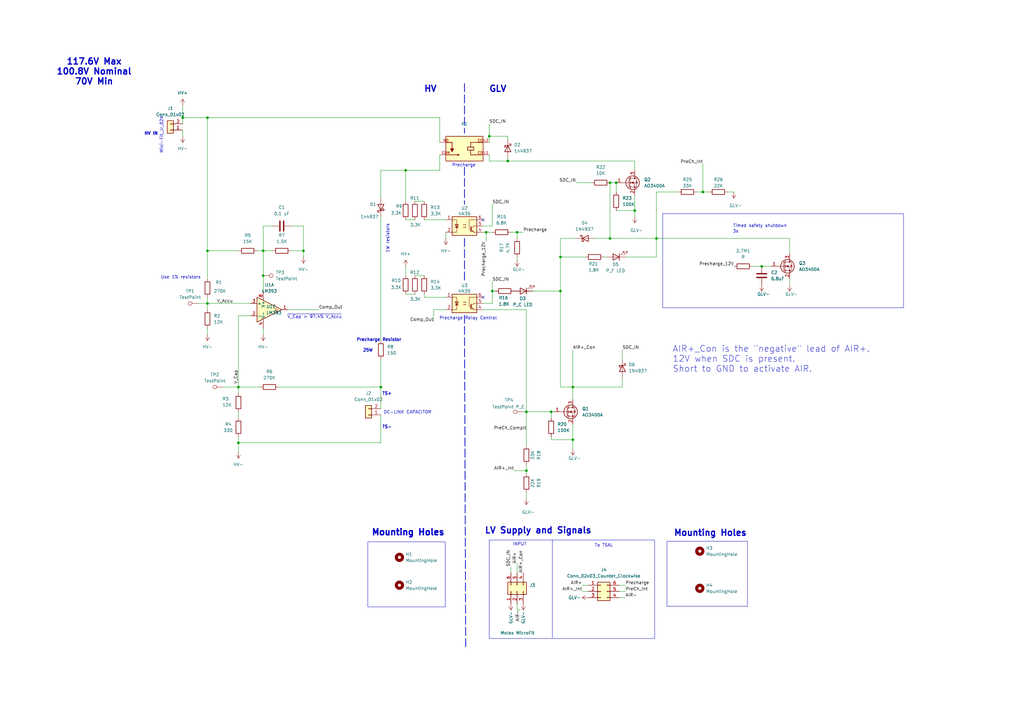
<source format=kicad_sch>
(kicad_sch (version 20231120) (generator "eeschema") (generator_version "8.0")
  (paper "A3")
  (title_block (title "Precharge Circuit") (date "2024-09-20") (rev "2.1") (company "Formula Barton Racing") (comment 1 "(evanscesil@gmail.com)") (comment 2 "Evans Cesil Thomas"))
  (lib_symbols
    (symbol "Connector:TestPoint" (pin_numbers hide) (pin_names (offset 0.762) hide)
      (property "Reference" "TP" (at 0 6.858 0))
      (property "Value" "TestPoint" (at 0 5.08 0))
      (symbol "TestPoint_0_1"
        (circle (center 0 3.302) (radius 0.762))
      )
      (symbol "TestPoint_1_1"
        (pin passive line (at 0 0 90) (length 2.54) (name "1") (number "1"))
      )
    )
    (symbol "Connector_Generic:Conn_01x02" (pin_names (offset 1.016) hide)
      (property "Reference" "J" (at 0 2.54 0))
      (property "Value" "Conn_01x02" (at 0 -5.08 0))
      (symbol "Conn_01x02_1_1"
        (rectangle (start -1.27 -2.413) (end 0 -2.667) (stroke (width 0.1524)))
        (rectangle (start -1.27 0.127) (end 0 -0.127) (stroke (width 0.1524)))
        (rectangle (start -1.27 1.27) (end 1.27 -3.81) (stroke (width 0.254)) (fill (type background)))
        (pin passive line (at -5.08 0 0) (length 3.81) (name "Pin_1") (number "1"))
        (pin passive line (at -5.08 -2.54 0) (length 3.81) (name "Pin_2") (number "2"))
      )
    )
    (symbol "Connector_Generic:Conn_02x03_Counter_Clockwise" (pin_names (offset 1.016) hide)
      (property "Reference" "J" (at 1.27 5.08 0))
      (property "Value" "Conn_02x03_Counter_Clockwise" (at 1.27 -5.08 0))
      (symbol "Conn_02x03_Counter_Clockwise_1_1"
        (rectangle (start -1.27 -2.413) (end 0 -2.667) (stroke (width 0.1524)))
        (rectangle (start -1.27 0.127) (end 0 -0.127) (stroke (width 0.1524)))
        (rectangle (start -1.27 2.667) (end 0 2.413) (stroke (width 0.1524)))
        (rectangle (start -1.27 3.81) (end 3.81 -3.81) (stroke (width 0.254)) (fill (type background)))
        (rectangle (start 3.81 -2.413) (end 2.54 -2.667) (stroke (width 0.1524)))
        (rectangle (start 3.81 0.127) (end 2.54 -0.127) (stroke (width 0.1524)))
        (rectangle (start 3.81 2.667) (end 2.54 2.413) (stroke (width 0.1524)))
        (pin passive line (at -5.08 2.54 0) (length 3.81) (name "Pin_1") (number "1"))
        (pin passive line (at -5.08 0 0) (length 3.81) (name "Pin_2") (number "2"))
        (pin passive line (at -5.08 -2.54 0) (length 3.81) (name "Pin_3") (number "3"))
        (pin passive line (at 7.62 -2.54 180) (length 3.81) (name "Pin_4") (number "4"))
        (pin passive line (at 7.62 0 180) (length 3.81) (name "Pin_5") (number "5"))
        (pin passive line (at 7.62 2.54 180) (length 3.81) (name "Pin_6") (number "6"))
      )
    )
    (symbol "Device:C" (pin_numbers hide) (pin_names (offset 0.254))
      (property "Reference" "C" (at 0.635 2.54 0))
      (property "Value" "C" (at 0.635 -2.54 0))
      (symbol "C_0_1"
        (polyline (pts (xy -2.032 -0.762) (xy 2.032 -0.762)) (stroke (width 0.508)))
        (polyline (pts (xy -2.032 0.762) (xy 2.032 0.762)) (stroke (width 0.508)))
      )
      (symbol "C_1_1"
        (pin passive line (at 0 3.81 270) (length 2.794) (name "~") (number "1"))
        (pin passive line (at 0 -3.81 90) (length 2.794) (name "~") (number "2"))
      )
    )
    (symbol "Device:LED" (pin_numbers hide) (pin_names (offset 1.016) hide)
      (property "Reference" "D" (at 0 2.54 0))
      (property "Value" "LED" (at 0 -2.54 0))
      (symbol "LED_0_1"
        (polyline (pts (xy -1.27 -1.27) (xy -1.27 1.27)) (stroke (width 0.254)))
        (polyline (pts (xy -1.27 0) (xy 1.27 0)))
        (polyline (pts (xy 1.27 -1.27) (xy 1.27 1.27) (xy -1.27 0) (xy 1.27 -1.27)) (stroke (width 0.254)))
        (polyline (pts (xy -3.048 -0.762) (xy -4.572 -2.286) (xy -3.81 -2.286) (xy -4.572 -2.286) (xy -4.572 -1.524)))
        (polyline (pts (xy -1.778 -0.762) (xy -3.302 -2.286) (xy -2.54 -2.286) (xy -3.302 -2.286) (xy -3.302 -1.524)))
      )
      (symbol "LED_1_1"
        (pin passive line (at -3.81 0 0) (length 2.54) (name "K") (number "1"))
        (pin passive line (at 3.81 0 180) (length 2.54) (name "A") (number "2"))
      )
    )
    (symbol "Device:R" (pin_numbers hide) (pin_names (offset 0))
      (property "Reference" "R" (at 2.032 0 90))
      (property "Value" "R" (at 0 0 90))
      (symbol "R_0_1"
        (rectangle (start -1.016 -2.54) (end 1.016 2.54) (stroke (width 0.254)))
      )
      (symbol "R_1_1"
        (pin passive line (at 0 3.81 270) (length 1.27) (name "~") (number "1"))
        (pin passive line (at 0 -3.81 90) (length 1.27) (name "~") (number "2"))
      )
    )
    (symbol "Diode:1N5819" (pin_numbers hide) (pin_names (offset 1.016) hide)
      (property "Reference" "D" (at 0 2.54 0))
      (property "Value" "1N5819" (at 0 -2.54 0))
      (symbol "1N5819_0_1"
        (polyline (pts (xy 1.27 0) (xy -1.27 0)))
        (polyline (pts (xy 1.27 1.27) (xy 1.27 -1.27) (xy -1.27 0) (xy 1.27 1.27)) (stroke (width 0.254)))
        (polyline (pts (xy -1.905 0.635) (xy -1.905 1.27) (xy -1.27 1.27) (xy -1.27 -1.27) (xy -0.635 -1.27) (xy -0.635 -0.635)) (stroke (width 0.254)))
      )
      (symbol "1N5819_1_1"
        (pin passive line (at -3.81 0 0) (length 2.54) (name "K") (number "1"))
        (pin passive line (at 3.81 0 180) (length 2.54) (name "A") (number "2"))
      )
    )
    (symbol "Isolator:4N35" (pin_names (offset 1.016))
      (property "Reference" "U" (at -5.08 5.08 0))
      (property "Value" "4N35" (at 0 5.08 0))
      (symbol "4N35_0_1"
        (rectangle (start -5.08 3.81) (end 5.08 -3.81) (stroke (width 0.254)) (fill (type background)))
        (polyline (pts (xy -3.81 -0.635) (xy -2.54 -0.635)) (stroke (width 0.254)))
        (polyline (pts (xy 2.667 -1.397) (xy 3.81 -2.54)))
        (polyline (pts (xy 2.667 -1.143) (xy 3.81 0)))
        (polyline (pts (xy 3.81 -2.54) (xy 5.08 -2.54)))
        (polyline (pts (xy 3.81 0) (xy 5.08 0)))
        (polyline (pts (xy 2.667 -0.254) (xy 2.667 -2.286) (xy 2.667 -2.286)) (stroke (width 0.3556)))
        (polyline (pts (xy -5.08 -2.54) (xy -3.175 -2.54) (xy -3.175 2.54) (xy -5.08 2.54)))
        (polyline (pts (xy -3.175 -0.635) (xy -3.81 0.635) (xy -2.54 0.635) (xy -3.175 -0.635)) (stroke (width 0.254)))
        (polyline (pts (xy 3.683 -2.413) (xy 3.429 -1.905) (xy 3.175 -2.159) (xy 3.683 -2.413)))
        (polyline (pts (xy 5.08 2.54) (xy 1.905 2.54) (xy 1.905 -1.27) (xy 2.54 -1.27)))
        (polyline (pts (xy -0.635 -0.508) (xy 0.635 -0.508) (xy 0.254 -0.635) (xy 0.254 -0.381) (xy 0.635 -0.508)))
        (polyline (pts (xy -0.635 0.508) (xy 0.635 0.508) (xy 0.254 0.381) (xy 0.254 0.635) (xy 0.635 0.508)))
      )
      (symbol "4N35_1_1"
        (pin passive line (at -7.62 2.54 0) (length 2.54) (name "~") (number "1"))
        (pin passive line (at -7.62 -2.54 0) (length 2.54) (name "~") (number "2"))
        (pin no_connect line (at -5.08 0 0) (length 2.54) hide (name "NC") (number "3"))
        (pin passive line (at 7.62 -2.54 180) (length 2.54) (name "~") (number "4"))
        (pin passive line (at 7.62 0 180) (length 2.54) (name "~") (number "5"))
        (pin passive line (at 7.62 2.54 180) (length 2.54) (name "~") (number "6"))
      )
    )
    (symbol "LM393_1" (pin_names (offset 0.127))
      (property "Reference" "U" (at 3.81 3.81 0))
      (property "Value" "LM393" (at 6.35 -3.81 0))
      (symbol "LM393_1_1_1"
        (polyline (pts (xy -5.08 5.08) (xy 5.08 0) (xy -5.08 -5.08) (xy -5.08 5.08)) (stroke (width 0.254)) (fill (type background)))
        (polyline (pts (xy 3.302 -0.508) (xy 2.794 -0.508) (xy 3.302 0) (xy 2.794 0.508) (xy 2.286 0) (xy 2.794 -0.508) (xy 2.286 -0.508)) (stroke (width 0.127)))
        (pin open_collector line (at 7.62 0 180) (length 2.54) (name "~") (number "1"))
        (pin input line (at -7.62 -2.54 0) (length 2.54) (name "-") (number "2"))
        (pin input line (at -7.62 2.54 0) (length 2.54) (name "+") (number "3"))
      )
      (symbol "LM393_1_2_1"
        (polyline (pts (xy -5.08 5.08) (xy 5.08 0) (xy -5.08 -5.08) (xy -5.08 5.08)) (stroke (width 0.254)) (fill (type background)))
        (polyline (pts (xy 3.302 -0.508) (xy 2.794 -0.508) (xy 3.302 0) (xy 2.794 0.508) (xy 2.286 0) (xy 2.794 -0.508) (xy 2.286 -0.508)) (stroke (width 0.127)))
        (pin input line (at -7.62 2.54 0) (length 2.54) (name "+") (number "5"))
        (pin input line (at -7.62 -2.54 0) (length 2.54) (name "-") (number "6"))
        (pin open_collector line (at 7.62 0 180) (length 2.54) (name "~") (number "7"))
      )
      (symbol "LM393_1_3_1"
        (pin power_in line (at -2.54 -7.62 90) (length 3.81) (name "V-") (number "4"))
        (pin power_in line (at -2.54 7.62 270) (length 3.81) (name "V+") (number "8"))
      )
    )
    (symbol "Mechanical:MountingHole" (pin_names (offset 1.016)) (exclude_from_sim yes) (in_bom no)
      (property "Reference" "H" (at 0 5.08 0))
      (property "Value" "MountingHole" (at 0 3.175 0))
      (symbol "MountingHole_0_1"
        (circle (center 0 0) (radius 1.27) (stroke (width 1.27)))
      )
    )
    (symbol "Meder KT12:KT12-1A-40L-THT" (pin_names (offset 1.016))
      (property "Reference" "K" (at -7.62 6.35 0))
      (property "Value" "KT12-1A-40L-THT" (at -7.62 -7.62 0))
      (symbol "KT12-1A-40L-THT_0_0"
        (rectangle (start -7.62 -5.08) (end 7.62 5.08) (stroke (width 0.254)) (fill (type background)))
        (polyline (pts (xy -7.62 -2.54) (xy -2.54 -2.54)) (stroke (width 0.254)))
        (polyline (pts (xy -7.62 2.54) (xy -2.54 2.54)) (stroke (width 0.254)))
        (polyline (pts (xy -3.81 -0.635) (xy -3.81 0.635)) (stroke (width 0.254)))
        (polyline (pts (xy -3.81 0.635) (xy -2.54 0.635)) (stroke (width 0.254)))
        (polyline (pts (xy -2.54 -0.635) (xy -3.81 -0.635)) (stroke (width 0.254)))
        (polyline (pts (xy -2.54 -0.635) (xy -2.54 -2.54)) (stroke (width 0.254)))
        (polyline (pts (xy -2.54 0.635) (xy -1.27 0.635)) (stroke (width 0.254)))
        (polyline (pts (xy -2.54 2.54) (xy -2.54 0.635)) (stroke (width 0.254)))
        (polyline (pts (xy -1.27 -0.635) (xy -2.54 -0.635)) (stroke (width 0.254)))
        (polyline (pts (xy -1.27 0.635) (xy -1.27 -0.635)) (stroke (width 0.254)))
        (polyline (pts (xy 5.08 -2.54) (xy 5.08 0)) (stroke (width 0.254)))
        (polyline (pts (xy 7.62 -2.54) (xy 5.08 -2.54)) (stroke (width 0.254)))
        (polyline (pts (xy 7.62 2.54) (xy 2.54 2.54)) (stroke (width 0.254)))
        (polyline (pts (xy 4.445 0) (xy 5.715 0) (xy 5.08 1.27) (xy 4.445 0)) (stroke (width 0.254)) (fill (type outline)))
        (circle (center 2.54 2.54) (radius 0.254) (stroke (width 0.254)))
        (pin passive line (at -10.16 2.54 0) (length 5.08) (name "~") (number "COIL1"))
        (pin passive line (at -10.16 -2.54 0) (length 5.08) (name "~") (number "COIL2"))
        (pin passive line (at 10.16 2.54 180) (length 5.08) (name "~") (number "COM"))
        (pin passive line (at 10.16 -2.54 180) (length 5.08) (name "~") (number "NO"))
      )
    )
    (symbol "Transistor_FET:AO3400A" (pin_names hide)
      (property "Reference" "Q" (at 5.08 1.905 0))
      (property "Value" "AO3400A" (at 5.08 0 0))
      (symbol "AO3400A_0_1"
        (polyline (pts (xy 0.254 0) (xy -2.54 0)))
        (polyline (pts (xy 0.254 1.905) (xy 0.254 -1.905)) (stroke (width 0.254)))
        (polyline (pts (xy 0.762 -1.27) (xy 0.762 -2.286)) (stroke (width 0.254)))
        (polyline (pts (xy 0.762 0.508) (xy 0.762 -0.508)) (stroke (width 0.254)))
        (polyline (pts (xy 0.762 2.286) (xy 0.762 1.27)) (stroke (width 0.254)))
        (polyline (pts (xy 2.54 2.54) (xy 2.54 1.778)))
        (polyline (pts (xy 2.54 -2.54) (xy 2.54 0) (xy 0.762 0)))
        (polyline (pts (xy 0.762 -1.778) (xy 3.302 -1.778) (xy 3.302 1.778) (xy 0.762 1.778)))
        (polyline (pts (xy 1.016 0) (xy 2.032 0.381) (xy 2.032 -0.381) (xy 1.016 0)) (fill (type outline)))
        (polyline (pts (xy 2.794 0.508) (xy 2.921 0.381) (xy 3.683 0.381) (xy 3.81 0.254)))
        (polyline (pts (xy 3.302 0.381) (xy 2.921 -0.254) (xy 3.683 -0.254) (xy 3.302 0.381)))
        (circle (center 1.651 0) (radius 2.794) (stroke (width 0.254)))
        (circle (center 2.54 -1.778) (radius 0.254) (fill (type outline)))
        (circle (center 2.54 1.778) (radius 0.254) (fill (type outline)))
      )
      (symbol "AO3400A_1_1"
        (pin input line (at -5.08 0 0) (length 2.54) (name "G") (number "1"))
        (pin passive line (at 2.54 -5.08 90) (length 2.54) (name "S") (number "2"))
        (pin passive line (at 2.54 5.08 270) (length 2.54) (name "D") (number "3"))
      )
    )
    (symbol "power:+12V" (power) (pin_names (offset 0))
      (property "Value" "+12V" (at 0 3.556 0))
      (symbol "+12V_0_1"
        (polyline (pts (xy -0.762 1.27) (xy 0 2.54)))
        (polyline (pts (xy 0 0) (xy 0 2.54)))
        (polyline (pts (xy 0 2.54) (xy 0.762 1.27)))
      )
      (symbol "+12V_1_1"
        (pin power_in line (at 0 0 90) (length 0) hide (name "+12V") (number "1"))
      )
    )
    (symbol "power:+BATT" (power) (pin_numbers hide) (pin_names (offset 0) hide)
      (property "Value" "+BATT" (at 0 3.556 0))
      (symbol "+BATT_0_1"
        (polyline (pts (xy -0.762 1.27) (xy 0 2.54)))
        (polyline (pts (xy 0 0) (xy 0 2.54)))
        (polyline (pts (xy 0 2.54) (xy 0.762 1.27)))
      )
      (symbol "+BATT_1_1"
        (pin power_in line (at 0 0 90) (length 0) (name "~") (number "1"))
      )
    )
  )
  (junction (at 107.95 113.03))
  (junction (at 200.66 55.88))
  (junction (at 85.09 102.87))
  (junction (at 226.06 168.91))
  (junction (at 215.9 168.91))
  (junction (at 229.87 119.38))
  (junction (at 97.79 181.61))
  (junction (at 166.37 69.85))
  (junction (at 212.09 95.25))
  (junction (at 124.46 102.87))
  (junction (at 252.73 74.93))
  (junction (at 215.9 193.04))
  (junction (at 85.09 48.26))
  (junction (at 229.87 105.41))
  (junction (at 97.79 158.75))
  (junction (at 288.29 78.74))
  (junction (at 199.39 95.25))
  (junction (at 260.35 86.36))
  (junction (at 234.95 180.34))
  (junction (at 107.95 102.87))
  (junction (at 234.95 158.75))
  (junction (at 85.09 124.46))
  (junction (at 250.19 74.93))
  (junction (at 156.21 158.75))
  (junction (at 208.28 66.04))
  (junction (at 74.93 48.26))
  (junction (at 201.93 119.38))
  (junction (at 269.24 97.79))
  (junction (at 250.19 97.79))
  (junction (at 312.42 109.22))
  (no_connect (at 198.12 121.92))
  (no_connect (at 198.12 90.17))
  (wire (pts (xy 107.95 113.03) (xy 107.95 119.38)))
  (wire (pts (xy 85.09 137.16) (xy 85.09 134.62)))
  (wire (pts (xy 200.66 66.04) (xy 200.66 63.5)))
  (wire (pts (xy 208.28 55.88) (xy 200.66 55.88)))
  (wire (pts (xy 252.73 78.74) (xy 252.73 74.93)))
  (wire (pts (xy 260.35 80.01) (xy 260.35 86.36)))
  (wire (pts (xy 252.73 86.36) (xy 260.35 86.36)))
  (wire (pts (xy 107.95 92.71) (xy 107.95 102.87)))
  (wire (pts (xy 234.95 180.34) (xy 234.95 184.15)))
  (wire (pts (xy 111.76 102.87) (xy 107.95 102.87)))
  (wire (pts (xy 269.24 97.79) (xy 269.24 105.41)))
  (wire (pts (xy 226.06 168.91) (xy 227.33 168.91)))
  (wire (pts (xy 91.44 158.75) (xy 97.79 158.75)))
  (wire (pts (xy 234.95 173.99) (xy 234.95 180.34)))
  (wire (pts (xy 290.83 78.74) (xy 288.29 78.74)))
  (wire (pts (xy 288.29 78.74) (xy 285.75 78.74)))
  (wire (pts (xy 198.12 124.46) (xy 201.93 124.46)))
  (wire (pts (xy 312.42 109.22) (xy 316.23 109.22)))
  (wire (pts (xy 177.8 127) (xy 182.88 127)))
  (wire (pts (xy 260.35 66.04) (xy 260.35 69.85)))
  (wire (pts (xy 226.06 179.07) (xy 226.06 180.34)))
  (wire (pts (xy 255.27 143.51) (xy 255.27 147.32)))
  (wire (pts (xy 209.55 95.25) (xy 212.09 95.25)))
  (wire (pts (xy 229.87 158.75) (xy 234.95 158.75)))
  (wire (pts (xy 210.82 193.04) (xy 215.9 193.04)))
  (wire (pts (xy 215.9 127) (xy 198.12 127)))
  (wire (pts (xy 200.66 55.88) (xy 200.66 58.42)))
  (wire (pts (xy 243.84 97.79) (xy 250.19 97.79)))
  (polyline (pts (xy 190.5 129.286) (xy 191.008 266.192)) (stroke (width 0.3048) (type dash)))
  (wire (pts (xy 269.24 78.74) (xy 269.24 97.79)))
  (wire (pts (xy 124.46 102.87) (xy 119.38 102.87)))
  (wire (pts (xy 97.79 181.61) (xy 97.79 185.42)))
  (wire (pts (xy 208.28 66.04) (xy 208.28 64.77)))
  (wire (pts (xy 238.76 240.03) (xy 241.3 240.03)))
  (wire (pts (xy 97.79 158.75) (xy 97.79 161.29)))
  (wire (pts (xy 214.63 168.91) (xy 215.9 168.91)))
  (wire (pts (xy 323.85 116.84) (xy 323.85 114.3)))
  (wire (pts (xy 236.22 74.93) (xy 242.57 74.93)))
  (wire (pts (xy 208.28 55.88) (xy 208.28 57.15)))
  (wire (pts (xy 255.27 158.75) (xy 255.27 154.94)))
  (wire (pts (xy 256.54 240.03) (xy 254 240.03)))
  (wire (pts (xy 180.34 48.26) (xy 180.34 58.42)))
  (wire (pts (xy 212.09 105.41) (xy 212.09 106.68)))
  (wire (pts (xy 85.09 124.46) (xy 85.09 127)))
  (wire (pts (xy 256.54 242.57) (xy 254 242.57)))
  (polyline (pts (xy 226.568 221.488) (xy 226.568 261.62)))
  (wire (pts (xy 97.79 158.75) (xy 106.68 158.75)))
  (wire (pts (xy 208.28 66.04) (xy 260.35 66.04)))
  (polyline (pts (xy 190.5 97.79) (xy 190.5 115.57)) (stroke (width 0.3048) (type dash)))
  (wire (pts (xy 323.85 97.79) (xy 323.85 104.14)))
  (wire (pts (xy 260.35 86.36) (xy 260.35 88.9)))
  (wire (pts (xy 278.13 78.74) (xy 269.24 78.74)))
  (wire (pts (xy 74.93 48.26) (xy 74.93 50.8)))
  (wire (pts (xy 215.9 168.91) (xy 226.06 168.91)))
  (wire (pts (xy 201.93 115.57) (xy 201.93 119.38)))
  (wire (pts (xy 180.34 69.85) (xy 180.34 63.5)))
  (wire (pts (xy 105.41 102.87) (xy 107.95 102.87)))
  (wire (pts (xy 166.37 109.22) (xy 166.37 113.03)))
  (wire (pts (xy 300.99 78.74) (xy 298.45 78.74)))
  (wire (pts (xy 102.87 124.46) (xy 85.09 124.46)))
  (wire (pts (xy 85.09 102.87) (xy 85.09 48.26)))
  (wire (pts (xy 269.24 105.41) (xy 256.54 105.41)))
  (wire (pts (xy 156.21 69.85) (xy 166.37 69.85)))
  (wire (pts (xy 212.09 231.14) (xy 212.09 234.95)))
  (wire (pts (xy 201.93 119.38) (xy 203.2 119.38)))
  (wire (pts (xy 199.39 95.25) (xy 201.93 95.25)))
  (wire (pts (xy 156.21 158.75) (xy 156.21 167.64)))
  (wire (pts (xy 229.87 119.38) (xy 229.87 158.75)))
  (wire (pts (xy 212.09 250.19) (xy 212.09 247.65)))
  (wire (pts (xy 212.09 95.25) (xy 214.63 95.25)))
  (wire (pts (xy 247.65 105.41) (xy 248.92 105.41)))
  (wire (pts (xy 170.18 120.65) (xy 166.37 120.65)))
  (wire (pts (xy 229.87 105.41) (xy 229.87 119.38)))
  (wire (pts (xy 74.93 48.26) (xy 85.09 48.26)))
  (wire (pts (xy 156.21 147.32) (xy 156.21 158.75)))
  (wire (pts (xy 119.38 92.71) (xy 124.46 92.71)))
  (wire (pts (xy 215.9 190.5) (xy 215.9 193.04)))
  (wire (pts (xy 97.79 179.07) (xy 97.79 181.61)))
  (wire (pts (xy 229.87 97.79) (xy 229.87 105.41)))
  (wire (pts (xy 114.3 158.75) (xy 156.21 158.75)))
  (wire (pts (xy 166.37 69.85) (xy 166.37 82.55)))
  (wire (pts (xy 97.79 168.91) (xy 97.79 171.45)))
  (wire (pts (xy 215.9 204.47) (xy 215.9 201.93)))
  (wire (pts (xy 215.9 127) (xy 215.9 168.91)))
  (wire (pts (xy 236.22 97.79) (xy 229.87 97.79)))
  (wire (pts (xy 85.09 102.87) (xy 97.79 102.87)))
  (wire (pts (xy 234.95 180.34) (xy 226.06 180.34)))
  (wire (pts (xy 269.24 97.79) (xy 323.85 97.79)))
  (wire (pts (xy 156.21 69.85) (xy 156.21 81.28)))
  (wire (pts (xy 182.88 97.79) (xy 182.88 95.25)))
  (wire (pts (xy 74.93 43.18) (xy 74.93 48.26)))
  (wire (pts (xy 308.61 109.22) (xy 312.42 109.22)))
  (wire (pts (xy 256.54 245.11) (xy 254 245.11)))
  (wire (pts (xy 250.19 97.79) (xy 250.19 74.93)))
  (wire (pts (xy 97.79 181.61) (xy 156.21 181.61)))
  (wire (pts (xy 215.9 193.04) (xy 215.9 194.31)))
  (wire (pts (xy 234.95 158.75) (xy 234.95 163.83)))
  (wire (pts (xy 234.95 143.51) (xy 234.95 158.75)))
  (wire (pts (xy 156.21 88.9) (xy 156.21 139.7)))
  (wire (pts (xy 170.18 113.03) (xy 173.99 113.03)))
  (wire (pts (xy 250.19 74.93) (xy 252.73 74.93)))
  (wire (pts (xy 85.09 121.92) (xy 85.09 124.46)))
  (wire (pts (xy 156.21 170.18) (xy 156.21 181.61)))
  (wire (pts (xy 170.18 82.55) (xy 173.99 82.55)))
  (wire (pts (xy 124.46 105.41) (xy 124.46 102.87)))
  (wire (pts (xy 226.06 171.45) (xy 226.06 168.91)))
  (wire (pts (xy 208.28 66.04) (xy 200.66 66.04)))
  (wire (pts (xy 200.66 50.8) (xy 200.66 55.88)))
  (wire (pts (xy 173.99 121.92) (xy 182.88 121.92)))
  (wire (pts (xy 173.99 90.17) (xy 182.88 90.17)))
  (wire (pts (xy 199.39 99.06) (xy 199.39 95.25)))
  (wire (pts (xy 124.46 92.71) (xy 124.46 102.87)))
  (wire (pts (xy 85.09 102.87) (xy 85.09 114.3)))
  (wire (pts (xy 170.18 90.17) (xy 166.37 90.17)))
  (wire (pts (xy 97.79 129.54) (xy 97.79 158.75)))
  (wire (pts (xy 177.8 132.08) (xy 177.8 127)))
  (wire (pts (xy 238.76 242.57) (xy 241.3 242.57)))
  (wire (pts (xy 201.93 83.82) (xy 201.93 92.71)))
  (wire (pts (xy 111.76 92.71) (xy 107.95 92.71)))
  (wire (pts (xy 74.93 53.34) (xy 74.93 55.88)))
  (wire (pts (xy 229.87 105.41) (xy 240.03 105.41)))
  (wire (pts (xy 118.11 127) (xy 130.81 127)))
  (wire (pts (xy 213.36 250.19) (xy 212.09 250.19)))
  (wire (pts (xy 198.12 92.71) (xy 201.93 92.71)))
  (wire (pts (xy 85.09 48.26) (xy 180.34 48.26)))
  (wire (pts (xy 201.93 119.38) (xy 201.93 124.46)))
  (wire (pts (xy 288.29 67.31) (xy 288.29 78.74)))
  (wire (pts (xy 81.28 124.46) (xy 85.09 124.46)))
  (wire (pts (xy 173.99 121.92) (xy 173.99 120.65)))
  (wire (pts (xy 209.55 232.41) (xy 209.55 234.95)))
  (wire (pts (xy 97.79 129.54) (xy 102.87 129.54)))
  (wire (pts (xy 166.37 69.85) (xy 180.34 69.85)))
  (wire (pts (xy 218.44 119.38) (xy 229.87 119.38)))
  (polyline (pts (xy 190.5 68.58) (xy 190.5 83.82)) (stroke (width 0.3048) (type dash)))
  (wire (pts (xy 198.12 95.25) (xy 199.39 95.25)))
  (wire (pts (xy 215.9 168.91) (xy 215.9 182.88)))
  (wire (pts (xy 234.95 158.75) (xy 255.27 158.75)))
  (wire (pts (xy 107.95 137.16) (xy 107.95 134.62)))
  (wire (pts (xy 212.09 97.79) (xy 212.09 95.25)))
  (wire (pts (xy 250.19 97.79) (xy 269.24 97.79)))
  (wire (pts (xy 107.95 102.87) (xy 107.95 113.03)))
  (polyline (pts (xy 190.5 34.29) (xy 190.5 54.61)) (stroke (width 0.3048) (type dash)))
  (rectangle (start 150.876 222.25) (end 182.626 248.92))
  (rectangle (start 273.558 221.996) (end 306.578 248.666))
  (rectangle (start 200.66 221.488) (end 268.478 261.874))
  (rectangle (start 271.78 87.63) (end 370.586 126.238))
  (text "Use 1% resistors" (at 74.168 113.792 0) (effects (font (size 1.27 1.27))))
  (text "Precharge\n" (at 190.246 67.818 0) (effects (font (size 1.27 1.27))))
  (text "TS+" (at 158.75 161.544 0) (effects (font (size 1.27 1.27) (thickness 0.254) (bold yes))))
  (text "HV IN" (at 61.976 54.864 0) (effects (font (size 1.27 1.27) (thickness 0.508) (bold yes))))
  (text "GLV" (at 204.216 36.576 0) (effects (font (size 2.54 2.54) (thickness 0.508) (bold yes))))
  (text "Mounting Holes" (at 291.338 218.694 0) (effects (font (size 2.54 2.54) (thickness 0.508) (bold yes))))
  (text "Precharge Resistor" (at 155.448 139.446 0) (effects (font (size 1.27 1.27) (thickness 0.254) (bold yes))))
  (text "Mounting Holes" (at 167.386 218.44 0) (effects (font (size 2.54 2.54) (thickness 0.508) (bold yes))))
  (text "3s" (at 301.752 94.996 0) (effects (font (size 1.27 1.27))))
  (text "LV Supply and Signals" (at 220.726 217.678 0) (effects (font (size 2.54 2.54) (thickness 0.508) (bold yes))))
  (text "DC-LINK CAPACITOR" (at 167.132 169.926 0) (effects (font (size 1.27 1.27)) (justify bottom)))
  (text "Mini-Fit_Jr_02A" (at 66.294 55.372 90) (effects (font (size 1.27 1.27))))
  (text "To TSAL" (at 247.65 223.774 0) (effects (font (size 1.27 1.27))))
  (text "25W" (at 150.876 143.764 0) (effects (font (size 1.27 1.27) (bold yes))))
  (text "~{V_Cap > 97.4% V_Accu}" (at 129.032 130.048 0) (effects (font (size 1.27 1.27))))
  (text "Mounting Holes" (at 167.386 218.44 0) (effects (font (size 2.54 2.54) (thickness 0.508) (bold yes))))
  (text "Timed safety shutdown\n" (at 311.658 92.71 0) (effects (font (size 1.27 1.27))))
  (text "1W resistors" (at 159.004 97.79 90) (effects (font (size 1.27 1.27))))
  (text "AIR+_Con is the \"negative\" lead of AIR+.\n12V when SDC is present.\nShort to GND to activate AIR." (at 275.844 147.32 0) (effects (font (size 2.54 2.54)) (justify left)))
  (text "117.6V Max\n100.8V Nominal\n70V Min" (at 38.608 29.464 0) (effects (font (size 2.54 2.54) (thickness 0.508) (bold yes))))
  (text "Precharge Relay Control" (at 192.024 130.556 0) (effects (font (size 1.27 1.27))))
  (text "HV" (at 176.53 36.576 0) (effects (font (size 2.54 2.54) (thickness 0.508) (bold yes))))
  (text "INPUT\n" (at 213.106 223.266 0) (effects (font (size 1.27 1.27))))
  (text "TS-" (at 158.75 175.26 0) (effects (font (size 1.27 1.27) (thickness 0.254) (bold yes))))
  (label "Precharge" (at 256.54 240.03 0))
  (label "AIR+_Int" (at 238.76 242.57 180))
  (label "AIR+" (at 238.76 240.03 180))
  (label "Precharge_12V" (at 199.39 99.06 270))
  (label "SDC_IN" (at 255.27 143.51 0))
  (label "SDC_IN" (at 236.22 74.93 180))
  (label "AIR-" (at 213.36 250.19 270))
  (label "AIR+_Con" (at 234.95 143.51 0))
  (label "Comp_Out" (at 130.81 127 0))
  (label "Precharge_12V" (at 300.99 109.22 180))
  (label "V_Cap" (at 97.79 157.48 90))
  (label "AIR+" (at 212.09 231.14 90))
  (label "AIR+_Con" (at 214.63 234.95 90))
  (label "PreCh_Int" (at 288.29 67.31 180))
  (label "Comp_Out" (at 177.8 132.08 180))
  (label "Precharge" (at 214.63 95.25 0))
  (label "SDC_IN" (at 209.55 232.41 90))
  (label "PreCh_Complt" (at 215.9 176.53 180))
  (label "V_Accu" (at 88.9 124.46 0))
  (label "PreCh_Int" (at 256.54 242.57 0))
  (label "SDC_IN" (at 201.93 115.57 0))
  (label "SDC_IN" (at 201.93 83.82 0))
  (label "AIR+_Int" (at 210.82 193.04 180))
  (label "SDC_IN" (at 200.66 50.8 0))
  (label "AIR-" (at 256.54 245.11 0))
  (symbol (lib_id "power:+12V") (at 241.3 245.11 90) (unit 1)
    (property "Reference" "#PWR014" (effects (hide yes)))
    (property "Value" "GLV-" (at 238.252 245.11 90) (effects (justify left)))
  )
  (symbol (lib_id "Device:R") (at 281.94 78.74 90) (unit 1)
    (property "Reference" "R25" (at 281.94 73.66 90))
    (property "Value" "33K" (at 281.94 76.2 90))
    (property "Footprint" "Resistor_SMD:R_0603_1608Metric_Pad0.98x0.95mm_HandSolder" (effects (hide yes)))
  )
  (symbol (lib_id "Device:R") (at 173.99 116.84 0) (unit 1)
    (property "Reference" "R14" (at 176.53 115.5699 0) (effects (justify left)))
    (property "Value" "3.3K" (at 176.53 118.1099 0) (effects (justify left)))
    (property "Footprint" "Resistor_SMD:R_2512_6332Metric_Pad1.40x3.35mm_HandSolder" (effects (hide yes)))
    (property "Description" "Resistor" (effects (hide yes)))
  )
  (symbol (lib_name "LM393_1") (lib_id "Comparator:LM393") (at 110.49 127 0) (unit 3)
    (property "Reference" "U1" (at 109.22 125.7299 0) (effects (justify left)))
    (property "Value" "LM393" (at 109.22 128.2699 0) (effects (justify left)))
    (property "Footprint" "Package_SO:SOIC-8_3.9x4.9mm_P1.27mm" (effects (hide yes)))
    (property "Datasheet" "http://www.ti.com/lit/ds/symlink/lm393.pdf" (effects (hide yes)))
    (property "Description" "Low-Power, Low-Offset Voltage, Dual Comparators, DIP-8/SOIC-8/TO-99-8" (effects (hide yes)))
  )
  (symbol (lib_id "Device:R") (at 115.57 102.87 270) (unit 1)
    (property "Reference" "R7" (at 115.57 96.52 90))
    (property "Value" "1.5K" (at 115.57 99.06 90))
    (property "Footprint" "Resistor_SMD:R_1206_3216Metric" (effects (hide yes)))
    (property "Description" "Resistor" (effects (hide yes)))
  )
  (symbol (lib_id "Transistor_FET:AO3400A") (at 232.41 168.91 0) (unit 1)
    (property "Reference" "Q1" (at 238.76 167.6399 0) (effects (justify left)))
    (property "Value" "AO3400A" (at 238.76 170.1799 0) (effects (justify left)))
    (property "Footprint" "Package_TO_SOT_SMD:SOT-23" (effects (hide yes)))
    (property "Datasheet" "http://www.aosmd.com/pdfs/datasheet/AO3400A.pdf" (effects (hide yes)))
    (property "Description" "30V Vds, 5.7A Id, N-Channel MOSFET, SOT-23" (effects (hide yes)))
  )
  (symbol (lib_id "Device:R") (at 97.79 165.1 0) (unit 1)
    (property "Reference" "R3" (at 91.186 163.576 0) (effects (justify left)))
    (property "Value" "12K" (at 91.186 166.116 0) (effects (justify left)))
    (property "Footprint" "Resistor_SMD:R_1206_3216Metric" (effects (hide yes)))
    (property "Description" "Resistor" (effects (hide yes)))
  )
  (symbol (lib_id "Diode:1N5819") (at 208.28 60.96 270) (unit 1)
    (property "Reference" "D2" (at 210.82 59.3724 90) (effects (justify left)))
    (property "Value" "1n4937" (at 210.82 61.9124 90) (effects (justify left)))
    (property "Footprint" "Diode_THT:D_DO-41_SOD81_P7.62mm_Horizontal" (effects (hide yes)))
    (property "Datasheet" "https://www.vishay.com/docs/88508/1n4933.pdf" (effects (hide yes)))
    (property "Description" "40V 1A Schottky Barrier Rectifier Diode, DO-41" (effects (hide yes)))
  )
  (symbol (lib_id "Device:R") (at 101.6 102.87 270) (unit 1)
    (property "Reference" "R5" (at 101.6 96.52 90))
    (property "Value" "15K" (at 101.6 99.06 90))
    (property "Footprint" "Resistor_SMD:R_1206_3216Metric" (effects (hide yes)))
    (property "Description" "Resistor" (effects (hide yes)))
  )
  (symbol (lib_id "power:+12V") (at 300.99 78.74 180) (unit 1)
    (property "Reference" "#PWR016" (effects (hide yes)))
    (property "Value" "GLV-" (at 301.752 84.328 0))
  )
  (symbol (lib_id "Device:LED") (at 214.63 119.38 180) (unit 1)
    (property "Reference" "D3" (at 214.376 122.428 0))
    (property "Value" "P_C LED" (at 214.376 124.968 0))
    (property "Footprint" "LED_SMD:LED_0805_2012Metric_Pad1.15x1.40mm_HandSolder" (effects (hide yes)))
    (property "Description" "Light emitting diode" (effects (hide yes)))
  )
  (symbol (lib_id "Device:R") (at 205.74 95.25 270) (unit 1)
    (property "Reference" "R15" (at 205.74 88.9 90))
    (property "Value" "6.8K" (at 205.74 91.44 90))
    (property "Footprint" "Resistor_SMD:R_0603_1608Metric_Pad0.98x0.95mm_HandSolder" (effects (hide yes)))
    (property "Description" "Resistor" (effects (hide yes)))
  )
  (symbol (lib_id "Mechanical:MountingHole") (at 287.02 226.06 0) (unit 1) (exclude_from_sim yes) (in_bom no)
    (property "Reference" "H3" (at 289.56 224.7899 0) (effects (justify left)))
    (property "Value" "MountingHole" (at 289.56 227.3299 0) (effects (justify left)))
    (property "Footprint" "MountingHole:MountingHole_3.2mm_M3_DIN965" (effects (hide yes)))
    (property "Description" "Mounting Hole without connection" (effects (hide yes)))
  )
  (symbol (lib_id "Device:R") (at 252.73 82.55 0) (unit 1)
    (property "Reference" "R23" (at 255.27 81.2799 0) (effects (justify left)))
    (property "Value" "100K" (at 255.27 83.8199 0) (effects (justify left)))
    (property "Footprint" "Resistor_SMD:R_0603_1608Metric_Pad0.98x0.95mm_HandSolder" (effects (hide yes)))
  )
  (symbol (lib_id "Device:R") (at 246.38 74.93 270) (unit 1)
    (property "Reference" "R22" (at 246.38 68.58 90))
    (property "Value" "10K" (at 246.38 71.12 90))
    (property "Footprint" "Resistor_SMD:R_0603_1608Metric_Pad0.98x0.95mm_HandSolder" (effects (hide yes)))
    (property "Description" "Resistor" (effects (hide yes)))
  )
  (symbol (lib_id "Meder KT12:KT12-1A-40L-THT") (at 190.5 60.96 180) (unit 1)
    (property "Reference" "K1" (at 190.5 50.8 0))
    (property "Value" "KT12-1A-40L-THT" (effects (hide yes)))
    (property "Footprint" "Meder:RELAY_KT12-1A-40L-THT" (effects (hide yes)))
    (property "Datasheet" "https://www.mouser.in/datasheet/2/262/9012185400e-1633617.pdf" (effects (hide yes)))
    (property "PARTREV" "9" (effects (hide yes)))
    (property "STANDARD" "IPC 2221B" (effects (hide yes)))
    (property "MAXIMUM_PACKAGE_HEIGHT" "8.7mm" (effects (hide yes)))
    (property "MANUFACTURER" "Standex-Meder Electronics" (effects (hide yes)))
  )
  (symbol (lib_id "Isolator:4N35") (at 190.5 124.46 0) (unit 1)
    (property "Reference" "U3" (at 190.5 117.094 0))
    (property "Value" "4N35" (at 190.5 119.38 0))
    (property "Footprint" "Package_DIP:DIP-6_W7.62mm" (effects (hide yes)))
    (property "Datasheet" "https://www.vishay.com/docs/81181/4n35.pdf" (effects (hide yes)))
    (property "Description" "Optocoupler, Phototransistor Output, with Base Connection, Vce 70V, CTR 100%, Viso 5000V, DIP6" (effects (hide yes)))
  )
  (symbol (lib_id "Device:C") (at 312.42 113.03 0) (unit 1)
    (property "Reference" "C2" (at 316.23 111.7599 0) (effects (justify left)))
    (property "Value" "6.8uF" (at 316.23 114.2999 0) (effects (justify left)))
    (property "Footprint" "Capacitor_SMD:C_0805_2012Metric_Pad1.18x1.45mm_HandSolder" (effects (hide yes)))
    (property "Description" "Unpolarized capacitor" (effects (hide yes)))
  )
  (symbol (lib_id "power:+12V") (at 209.55 247.65 180) (unit 1)
    (property "Reference" "#PWR09" (effects (hide yes)))
    (property "Value" "GLV-" (at 209.55 250.698 90) (effects (justify left)))
  )
  (symbol (lib_id "power:+BATT") (at 85.09 137.16 180) (unit 1)
    (property "Reference" "#PWR03" (effects (hide yes)))
    (property "Value" "HV-" (at 85.09 142.24 0))
    (property "Description" "Power symbol creates a global label with name \"+BATT\"" (effects (hide yes)))
  )
  (symbol (lib_id "Device:R") (at 170.18 86.36 180) (unit 1)
    (property "Reference" "R11" (at 168.148 81.28 0) (effects (justify right)))
    (property "Value" "3.3K" (at 168.148 92.202 0) (effects (justify right)))
    (property "Footprint" "Resistor_SMD:R_2512_6332Metric_Pad1.40x3.35mm_HandSolder" (effects (hide yes)))
    (property "Description" "Resistor" (effects (hide yes)))
  )
  (symbol (lib_id "Device:R") (at 215.9 198.12 0) (unit 1)
    (property "Reference" "R19" (at 220.98 198.12 90))
    (property "Value" "22K" (at 218.44 198.12 90))
    (property "Footprint" "Resistor_SMD:R_0603_1608Metric_Pad0.98x0.95mm_HandSolder" (effects (hide yes)))
  )
  (symbol (lib_id "Device:R") (at 156.21 143.51 0) (unit 1)
    (property "Reference" "R8" (at 158.75 142.2399 0) (effects (justify left)))
    (property "Value" "150" (at 158.75 144.7799 0) (effects (justify left)))
    (property "Footprint" "Chassis_Resistor:HSA25" (effects (hide yes)))
    (property "Datasheet" "https://www.te.com/commerce/DocumentDelivery/DDEController?Action=showdoc&DocId=Data+Sheet%7F1773035%7FE%7Fpdf%7FEnglish%7FENG_DS_1773035_E.pdf%7F1625971-7" (effects (hide yes)))
    (property "Description" "Resistor" (effects (hide yes)))
  )
  (symbol (lib_id "power:+12V") (at 215.9 204.47 180) (unit 1)
    (property "Reference" "#PWR012" (effects (hide yes)))
    (property "Value" "GLV-" (at 216.662 210.058 0))
  )
  (symbol (lib_id "Device:R") (at 85.09 118.11 180) (unit 1)
    (property "Reference" "R1" (at 88.392 115.824 0) (effects (justify right)))
    (property "Value" "270K" (at 87.63 119.3799 0) (effects (justify right)))
    (property "Footprint" "Resistor_SMD:R_1206_3216Metric" (effects (hide yes)))
    (property "Description" "Resistor" (effects (hide yes)))
  )
  (symbol (lib_name "LM393_1") (lib_id "Comparator:LM393") (at 110.49 127 0) (unit 1)
    (property "Reference" "U1" (at 110.49 116.84 0))
    (property "Value" "LM393" (at 110.49 119.38 0))
    (property "Footprint" "Package_SO:SOIC-8_3.9x4.9mm_P1.27mm" (effects (hide yes)))
    (property "Datasheet" "http://www.ti.com/lit/ds/symlink/lm393.pdf" (effects (hide yes)))
    (property "Description" "Low-Power, Low-Offset Voltage, Dual Comparators, DIP-8/SOIC-8/TO-99-8" (effects (hide yes)))
  )
  (symbol (lib_id "power:+BATT") (at 182.88 97.79 180) (unit 1)
    (property "Reference" "#PWR08" (effects (hide yes)))
    (property "Value" "HV-" (at 182.88 102.87 0))
    (property "Description" "Power symbol creates a global label with name \"+BATT\"" (effects (hide yes)))
  )
  (symbol (lib_id "Device:R") (at 212.09 101.6 0) (unit 1)
    (property "Reference" "R17" (at 205.74 101.6 90))
    (property "Value" "4.7K" (at 208.28 101.6 90))
    (property "Footprint" "Resistor_SMD:R_0603_1608Metric_Pad0.98x0.95mm_HandSolder" (effects (hide yes)))
    (property "Description" "Resistor" (effects (hide yes)))
  )
  (symbol (lib_id "power:+BATT") (at 124.46 105.41 180) (unit 1)
    (property "Reference" "#PWR06" (effects (hide yes)))
    (property "Value" "HV-" (at 124.46 110.49 0))
    (property "Description" "Power symbol creates a global label with name \"+BATT\"" (effects (hide yes)))
  )
  (symbol (lib_id "power:+12V") (at 212.09 106.68 180) (unit 1)
    (property "Reference" "#PWR010" (effects (hide yes)))
    (property "Value" "GLV-" (at 212.852 110.49 0))
  )
  (symbol (lib_id "Diode:1N5819") (at 156.21 85.09 90) (unit 1)
    (property "Reference" "D1" (at 151.638 83.82 90) (effects (justify right)))
    (property "Value" "1n4937" (at 147.828 88.9 90) (effects (justify right)))
    (property "Footprint" "Diode_THT:D_DO-41_SOD81_P7.62mm_Horizontal" (effects (hide yes)))
    (property "Datasheet" "http://www.vishay.com/docs/88525/1n5817.pdf" (effects (hide yes)))
    (property "Description" "40V 1A Schottky Barrier Rectifier Diode, DO-41" (effects (hide yes)))
  )
  (symbol (lib_id "Connector_Generic:Conn_02x03_Counter_Clockwise") (at 212.09 242.57 90) (unit 1)
    (property "Reference" "J3" (at 217.17 240.0299 90) (effects (justify right)))
    (property "Value" "Molex MicroFit" (at 205.232 259.588 90) (effects (justify right)))
    (property "Footprint" "Connector_Molex:Molex_Micro-Fit_3.0_43045-0612_2x03_P3.00mm_Vertical" (effects (hide yes)))
    (property "Description" "Generic connector, double row, 02x03, counter clockwise pin numbering scheme (similar to DIP package numbering), script generated (kicad-library-utils/schlib/autogen/connector/)" (effects (hide yes)))
  )
  (symbol (lib_id "power:+12V") (at 323.85 116.84 180) (unit 1)
    (property "Reference" "#PWR017" (effects (hide yes)))
    (property "Value" "GLV-" (at 324.612 120.65 0))
  )
  (symbol (lib_id "Mechanical:MountingHole") (at 163.83 240.03 0) (unit 1) (exclude_from_sim yes) (in_bom no)
    (property "Reference" "H2" (at 166.37 238.7599 0) (effects (justify left)))
    (property "Value" "MountingHole" (at 166.37 241.2999 0) (effects (justify left)))
    (property "Footprint" "MountingHole:MountingHole_3.2mm_M3_DIN965" (effects (hide yes)))
    (property "Description" "Mounting Hole without connection" (effects (hide yes)))
  )
  (symbol (lib_id "Device:R") (at 207.01 119.38 270) (unit 1)
    (property "Reference" "R16" (at 206.502 122.174 90))
    (property "Value" "1.8K" (at 206.756 124.714 90))
    (property "Footprint" "Resistor_SMD:R_0603_1608Metric_Pad0.98x0.95mm_HandSolder" (effects (hide yes)))
    (property "Description" "Resistor" (effects (hide yes)))
  )
  (symbol (lib_id "power:+BATT") (at 74.93 43.18 0) (unit 1)
    (property "Reference" "#PWR01" (effects (hide yes)))
    (property "Value" "HV+" (at 74.93 38.1 0))
    (property "Description" "Power symbol creates a global label with name \"+BATT\"" (effects (hide yes)))
  )
  (symbol (lib_id "Mechanical:MountingHole") (at 287.02 241.3 0) (unit 1) (exclude_from_sim yes) (in_bom no)
    (property "Reference" "H4" (at 289.56 240.0299 0) (effects (justify left)))
    (property "Value" "MountingHole" (at 289.56 242.5699 0) (effects (justify left)))
    (property "Footprint" "MountingHole:MountingHole_3.2mm_M3_DIN965" (effects (hide yes)))
    (property "Description" "Mounting Hole without connection" (effects (hide yes)))
  )
  (symbol (lib_id "Connector:TestPoint") (at 214.63 168.91 90) (unit 1)
    (property "Reference" "TP4" (at 208.788 164.084 90))
    (property "Value" "TestPoint P_C" (at 208.534 166.878 90))
    (property "Footprint" "Connector_Pin:Pin_D1.0mm_L10.0mm" (effects (hide yes)))
    (property "Description" "test point" (effects (hide yes)))
  )
  (symbol (lib_id "power:+BATT") (at 166.37 109.22 0) (unit 1)
    (property "Reference" "#PWR07" (effects (hide yes)))
    (property "Value" "HV+" (at 166.37 104.14 0))
    (property "Description" "Power symbol creates a global label with name \"+BATT\"" (effects (hide yes)))
  )
  (symbol (lib_id "power:+BATT") (at 97.79 185.42 180) (unit 1)
    (property "Reference" "#PWR04" (effects (hide yes)))
    (property "Value" "HV-" (at 97.79 190.5 0))
    (property "Description" "Power symbol creates a global label with name \"+BATT\"" (effects (hide yes)))
  )
  (symbol (lib_id "power:+BATT") (at 74.93 55.88 180) (unit 1)
    (property "Reference" "#PWR02" (effects (hide yes)))
    (property "Value" "HV-" (at 74.93 60.96 0))
    (property "Description" "Power symbol creates a global label with name \"+BATT\"" (effects (hide yes)))
  )
  (symbol (lib_id "Diode:1N5819") (at 255.27 151.13 270) (unit 1)
    (property "Reference" "D6" (at 257.81 149.5424 90) (effects (justify left)))
    (property "Value" "1N4937" (at 257.81 152.0824 90) (effects (justify left)))
    (property "Footprint" "Diode_THT:D_DO-41_SOD81_P7.62mm_Horizontal" (effects (hide yes)))
    (property "Datasheet" "https://www.vishay.com/docs/88508/1n4933.pdf" (effects (hide yes)))
    (property "Description" "40V 1A Schottky Barrier Rectifier Diode, DO-41" (effects (hide yes)))
  )
  (symbol (lib_id "Connector_Generic:Conn_02x03_Counter_Clockwise") (at 246.38 242.57 0) (unit 1)
    (property "Reference" "J4" (at 247.65 233.68 0))
    (property "Value" "Conn_02x03_Counter_Clockwise" (at 247.65 236.22 0))
    (property "Footprint" "Connector_Molex:Molex_Micro-Fit_3.0_43045-0612_2x03_P3.00mm_Vertical" (effects (hide yes)))
    (property "Description" "Generic connector, double row, 02x03, counter clockwise pin numbering scheme (similar to DIP package numbering), script generated (kicad-library-utils/schlib/autogen/connector/)" (effects (hide yes)))
  )
  (symbol (lib_id "Transistor_FET:AO3400A") (at 321.31 109.22 0) (unit 1)
    (property "Reference" "Q3" (at 327.66 107.9499 0) (effects (justify left)))
    (property "Value" "AO3400A" (at 327.66 110.4899 0) (effects (justify left)))
    (property "Footprint" "Package_TO_SOT_SMD:SOT-23" (effects (hide yes)))
    (property "Datasheet" "http://www.aosmd.com/pdfs/datasheet/AO3400A.pdf" (effects (hide yes)))
    (property "Description" "30V Vds, 5.7A Id, N-Channel MOSFET, SOT-23" (effects (hide yes)))
  )
  (symbol (lib_id "Connector:TestPoint") (at 91.44 158.75 90) (unit 1)
    (property "Reference" "TP2" (at 88.138 153.67 90))
    (property "Value" "TestPoint" (at 88.138 156.21 90))
    (property "Footprint" "Connector_Pin:Pin_D1.0mm_L10.0mm" (effects (hide yes)))
    (property "Description" "test point" (effects (hide yes)))
  )
  (symbol (lib_id "Device:R") (at 243.84 105.41 270) (unit 1)
    (property "Reference" "R21" (at 243.332 108.204 90))
    (property "Value" "1.8K" (at 243.586 110.744 90))
    (property "Footprint" "Resistor_SMD:R_0603_1608Metric_Pad0.98x0.95mm_HandSolder" (effects (hide yes)))
    (property "Description" "Resistor" (effects (hide yes)))
  )
  (symbol (lib_id "power:+12V") (at 312.42 116.84 180) (unit 1)
    (property "Reference" "#PWR018" (effects (hide yes)))
    (property "Value" "GLV-" (at 313.182 120.65 0))
  )
  (symbol (lib_id "Transistor_FET:AO3400A") (at 257.81 74.93 0) (unit 1)
    (property "Reference" "Q2" (at 264.16 73.6599 0) (effects (justify left)))
    (property "Value" "AO3400A" (at 264.16 76.1999 0) (effects (justify left)))
    (property "Footprint" "Package_TO_SOT_SMD:SOT-23" (effects (hide yes)))
    (property "Datasheet" "http://www.aosmd.com/pdfs/datasheet/AO3400A.pdf" (effects (hide yes)))
    (property "Description" "30V Vds, 5.7A Id, N-Channel MOSFET, SOT-23" (effects (hide yes)))
  )
  (symbol (lib_id "Device:R") (at 97.79 175.26 0) (unit 1)
    (property "Reference" "R4" (at 94.996 173.99 0) (effects (justify right)))
    (property "Value" "330" (at 95.504 176.53 0) (effects (justify right)))
    (property "Footprint" "Resistor_SMD:R_1206_3216Metric" (effects (hide yes)))
    (property "Description" "Resistor" (effects (hide yes)))
  )
  (symbol (lib_id "Connector:TestPoint") (at 107.95 113.03 270) (unit 1)
    (property "Reference" "TP3" (at 113.03 111.7599 90) (effects (justify left)))
    (property "Value" "TestPoint" (at 113.03 114.2999 90) (effects (justify left)))
    (property "Footprint" "Connector_Pin:Pin_D1.0mm_L10.0mm" (effects (hide yes)))
    (property "Description" "test point" (effects (hide yes)))
  )
  (symbol (lib_id "Device:R") (at 294.64 78.74 90) (unit 1)
    (property "Reference" "R26" (at 294.64 73.66 90))
    (property "Value" "22K" (at 294.64 76.2 90))
    (property "Footprint" "Resistor_SMD:R_0603_1608Metric_Pad0.98x0.95mm_HandSolder" (effects (hide yes)))
  )
  (symbol (lib_id "Device:R") (at 166.37 86.36 180) (unit 1)
    (property "Reference" "R9" (at 162.306 84.582 0) (effects (justify right)))
    (property "Value" "3.3K" (at 160.274 87.376 0) (effects (justify right)))
    (property "Footprint" "Resistor_SMD:R_2512_6332Metric_Pad1.40x3.35mm_HandSolder" (effects (hide yes)))
    (property "Description" "Resistor" (effects (hide yes)))
  )
  (symbol (lib_id "Device:R") (at 110.49 158.75 270) (unit 1)
    (property "Reference" "R6" (at 110.49 152.4 90))
    (property "Value" "270K" (at 110.49 154.94 90))
    (property "Footprint" "Resistor_SMD:R_1206_3216Metric" (effects (hide yes)))
    (property "Description" "Resistor" (effects (hide yes)))
  )
  (symbol (lib_id "Device:R") (at 215.9 186.69 0) (unit 1)
    (property "Reference" "R18" (at 220.98 186.69 90))
    (property "Value" "33K" (at 218.44 186.69 90))
    (property "Footprint" "Resistor_SMD:R_0603_1608Metric_Pad0.98x0.95mm_HandSolder" (effects (hide yes)))
  )
  (symbol (lib_id "Device:R") (at 166.37 116.84 180) (unit 1)
    (property "Reference" "R10" (at 160.528 115.062 0) (effects (justify right)))
    (property "Value" "3.3K" (at 160.274 117.856 0) (effects (justify right)))
    (property "Footprint" "Resistor_SMD:R_2512_6332Metric_Pad1.40x3.35mm_HandSolder" (effects (hide yes)))
    (property "Description" "Resistor" (effects (hide yes)))
  )
  (symbol (lib_id "Connector_Generic:Conn_01x02") (at 69.85 53.34 180) (unit 1)
    (property "Reference" "J1" (at 69.85 44.45 0))
    (property "Value" "Conn_01x02" (at 69.85 46.99 0))
    (property "Footprint" "Connector_Molex:Molex_Mini-Fit_Jr_5566-02A_2x01_P4.20mm_Vertical" (effects (hide yes)))
    (property "Description" "Generic connector, single row, 01x02, script generated (kicad-library-utils/schlib/autogen/connector/)" (effects (hide yes)))
  )
  (symbol (lib_id "Mechanical:MountingHole") (at 163.83 228.6 0) (unit 1) (exclude_from_sim yes) (in_bom no)
    (property "Reference" "H1" (at 166.37 227.3299 0) (effects (justify left)))
    (property "Value" "MountingHole" (at 166.37 229.8699 0) (effects (justify left)))
    (property "Footprint" "MountingHole:MountingHole_3.2mm_M3_DIN965" (effects (hide yes)))
    (property "Description" "Mounting Hole without connection" (effects (hide yes)))
  )
  (symbol (lib_id "Device:R") (at 85.09 130.81 180) (unit 1)
    (property "Reference" "R2" (at 87.63 129.5399 0) (effects (justify right)))
    (property "Value" "12K" (at 87.63 132.0799 0) (effects (justify right)))
    (property "Footprint" "Resistor_SMD:R_1206_3216Metric" (effects (hide yes)))
    (property "Description" "Resistor" (effects (hide yes)))
  )
  (symbol (lib_id "Device:C") (at 115.57 92.71 90) (unit 1)
    (property "Reference" "C1" (at 115.57 85.09 90))
    (property "Value" "0.1 uF" (at 115.57 87.63 90))
    (property "Footprint" "Capacitor_SMD:C_0805_2012Metric_Pad1.18x1.45mm_HandSolder" (effects (hide yes)))
    (property "Description" "Unpolarized capacitor" (effects (hide yes)))
  )
  (symbol (lib_id "Device:R") (at 304.8 109.22 90) (unit 1)
    (property "Reference" "2.7M1" (at 304.8 102.87 90))
    (property "Value" "R" (at 304.8 105.41 90))
    (property "Footprint" "Resistor_SMD:R_0603_1608Metric_Pad0.98x0.95mm_HandSolder" (effects (hide yes)))
    (property "Description" "Resistor" (effects (hide yes)))
  )
  (symbol (lib_id "Device:R") (at 170.18 116.84 180) (unit 1)
    (property "Reference" "R12" (at 168.148 111.76 0) (effects (justify right)))
    (property "Value" "3.3K" (at 168.148 122.682 0) (effects (justify right)))
    (property "Footprint" "Resistor_SMD:R_2512_6332Metric_Pad1.40x3.35mm_HandSolder" (effects (hide yes)))
    (property "Description" "Resistor" (effects (hide yes)))
  )
  (symbol (lib_id "power:+12V") (at 260.35 88.9 180) (unit 1)
    (property "Reference" "#PWR015" (effects (hide yes)))
    (property "Value" "GLV-" (at 261.112 94.488 0))
  )
  (symbol (lib_id "Diode:1N5819") (at 240.03 97.79 0) (unit 1)
    (property "Reference" "D4" (at 239.7125 91.44 0))
    (property "Value" "1N4937" (at 239.7125 93.98 0))
    (property "Footprint" "Diode_THT:D_DO-41_SOD81_P7.62mm_Horizontal" (effects (hide yes)))
    (property "Datasheet" "https://www.vishay.com/docs/88508/1n4933.pdf" (effects (hide yes)))
    (property "Description" "40V 1A Schottky Barrier Rectifier Diode, DO-41" (effects (hide yes)))
  )
  (symbol (lib_id "power:+12V") (at 234.95 184.15 180) (unit 1)
    (property "Reference" "#PWR013" (effects (hide yes)))
    (property "Value" "GLV-" (at 235.712 187.96 0))
  )
  (symbol (lib_id "power:+BATT") (at 107.95 137.16 180) (unit 1)
    (property "Reference" "#PWR05" (effects (hide yes)))
    (property "Value" "HV-" (at 107.95 142.24 0))
    (property "Description" "Power symbol creates a global label with name \"+BATT\"" (effects (hide yes)))
  )
  (symbol (lib_id "Isolator:4N35") (at 190.5 92.71 0) (unit 1)
    (property "Reference" "U2" (at 190.5 85.344 0))
    (property "Value" "4N35" (at 190.5 87.63 0))
    (property "Footprint" "Package_DIP:DIP-6_W7.62mm" (effects (hide yes)))
    (property "Datasheet" "https://www.vishay.com/docs/81181/4n35.pdf" (effects (hide yes)))
    (property "Description" "Optocoupler, Phototransistor Output, with Base Connection, Vce 70V, CTR 100%, Viso 5000V, DIP6" (effects (hide yes)))
  )
  (symbol (lib_id "Device:R") (at 226.06 175.26 0) (unit 1)
    (property "Reference" "R20" (at 228.6 173.9899 0) (effects (justify left)))
    (property "Value" "100K" (at 228.6 176.5299 0) (effects (justify left)))
    (property "Footprint" "Resistor_SMD:R_0603_1608Metric_Pad0.98x0.95mm_HandSolder" (effects (hide yes)))
    (property "Description" "Resistor" (effects (hide yes)))
  )
  (symbol (lib_id "Device:R") (at 173.99 86.36 0) (unit 1)
    (property "Reference" "R13" (at 176.53 85.0899 0) (effects (justify left)))
    (property "Value" "3.3K" (at 176.53 87.6299 0) (effects (justify left)))
    (property "Footprint" "Resistor_SMD:R_2512_6332Metric_Pad1.40x3.35mm_HandSolder" (effects (hide yes)))
    (property "Description" "Resistor" (effects (hide yes)))
  )
  (symbol (lib_id "Connector_Generic:Conn_01x02") (at 151.13 170.18 180) (unit 1)
    (property "Reference" "J2" (at 151.13 161.29 0))
    (property "Value" "Conn_01x02" (at 151.13 163.83 0))
    (property "Footprint" "Connector_Molex:Molex_Mini-Fit_Jr_5566-02A_2x01_P4.20mm_Vertical" (effects (hide yes)))
    (property "Description" "Generic connector, single row, 01x02, script generated (kicad-library-utils/schlib/autogen/connector/)" (effects (hide yes)))
  )
  (symbol (lib_id "power:+12V") (at 214.63 247.65 180) (unit 1)
    (property "Reference" "#PWR011" (effects (hide yes)))
    (property "Value" "GLV-" (at 214.63 250.698 90) (effects (justify left)))
  )
  (symbol (lib_id "Device:LED") (at 252.73 105.41 180) (unit 1)
    (property "Reference" "D5" (at 252.476 108.458 0))
    (property "Value" "P_F LED" (at 252.476 110.998 0))
    (property "Footprint" "LED_SMD:LED_0805_2012Metric_Pad1.15x1.40mm_HandSolder" (effects (hide yes)))
    (property "Description" "Light emitting diode" (effects (hide yes)))
  )
  (symbol (lib_id "Connector:TestPoint") (at 81.28 124.46 90) (unit 1)
    (property "Reference" "TP1" (at 77.978 119.38 90))
    (property "Value" "TestPoint" (at 77.978 121.92 90))
    (property "Footprint" "Connector_Pin:Pin_D1.0mm_L10.0mm" (effects (hide yes)))
    (property "Description" "test point" (effects (hide yes)))
  )
)
</source>
